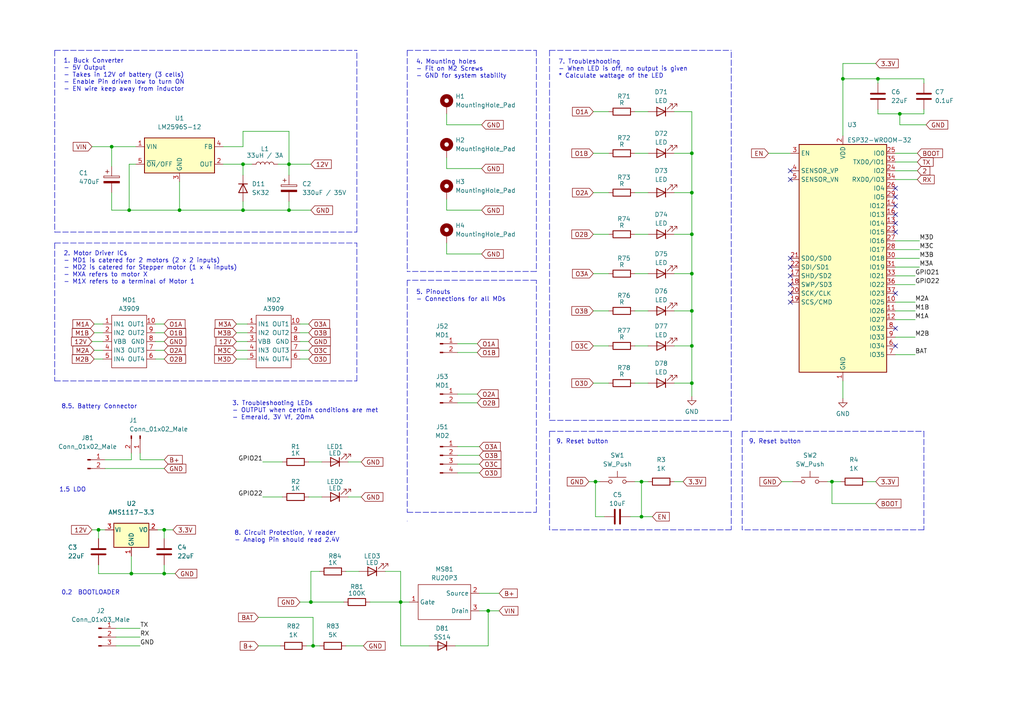
<source format=kicad_sch>
(kicad_sch (version 20211123) (generator eeschema)
  (paper "A4")
  (lib_symbols
    (symbol "A3909:A3909"
      (property "Reference" "MD" (at 0 7.62 0))
      (property "Value" "A3909" (at 0 -10.16 0))
      (symbol "A3909_0_1"
        (rectangle (start -5.08 6.35) (end 5.08 -8.89))
      )
      (symbol "A3909_1_1"
        (pin input line (at -7.62 3.81 0) (length 2.54) (name "IN1") (number "1"))
        (pin output line (at 7.62 3.81 180) (length 2.54) (name "OUT1") (number "10"))
        (pin input line (at -7.62 1.27 0) (length 2.54) (name "IN2") (number "2"))
        (pin input line (at -7.62 -1.27 0) (length 2.54) (name "VBB") (number "3"))
        (pin input line (at -7.62 -3.81 0) (length 2.54) (name "IN3") (number "4"))
        (pin input line (at -7.62 -6.35 0) (length 2.54) (name "IN4") (number "5"))
        (pin output line (at 7.62 -6.35 180) (length 2.54) (name "OUT4") (number "6"))
        (pin output line (at 7.62 -3.81 180) (length 2.54) (name "OUT3") (number "7"))
        (pin bidirectional line (at 7.62 -1.27 180) (length 2.54) (name "GND") (number "8"))
        (pin output line (at 7.62 1.27 180) (length 2.54) (name "OUT2") (number "9"))
      )
    )
    (symbol "Connector:Conn_01x02_Male" (pin_names (offset 1.016) hide)
      (property "Reference" "J" (at 0 2.54 0))
      (property "Value" "Conn_01x02_Male" (at 0 -5.08 0))
      (symbol "Conn_01x02_Male_1_1"
        (polyline (pts (xy 1.27 -2.54) (xy 0.8636 -2.54)) (stroke (width 0.1524)))
        (polyline (pts (xy 1.27 0) (xy 0.8636 0)) (stroke (width 0.1524)))
        (rectangle (start 0.8636 -2.413) (end 0 -2.667) (stroke (width 0.1524)) (fill (type outline)))
        (rectangle (start 0.8636 0.127) (end 0 -0.127) (stroke (width 0.1524)) (fill (type outline)))
        (pin passive line (at 5.08 0 180) (length 3.81) (name "Pin_1") (number "1"))
        (pin passive line (at 5.08 -2.54 180) (length 3.81) (name "Pin_2") (number "2"))
      )
    )
    (symbol "Connector:Conn_01x03_Male" (pin_names (offset 1.016) hide)
      (property "Reference" "J" (at 0 5.08 0))
      (property "Value" "Conn_01x03_Male" (at 0 -5.08 0))
      (symbol "Conn_01x03_Male_1_1"
        (polyline (pts (xy 1.27 -2.54) (xy 0.8636 -2.54)) (stroke (width 0.1524)))
        (polyline (pts (xy 1.27 0) (xy 0.8636 0)) (stroke (width 0.1524)))
        (polyline (pts (xy 1.27 2.54) (xy 0.8636 2.54)) (stroke (width 0.1524)))
        (rectangle (start 0.8636 -2.413) (end 0 -2.667) (stroke (width 0.1524)) (fill (type outline)))
        (rectangle (start 0.8636 0.127) (end 0 -0.127) (stroke (width 0.1524)) (fill (type outline)))
        (rectangle (start 0.8636 2.667) (end 0 2.413) (stroke (width 0.1524)) (fill (type outline)))
        (pin passive line (at 5.08 2.54 180) (length 3.81) (name "Pin_1") (number "1"))
        (pin passive line (at 5.08 0 180) (length 3.81) (name "Pin_2") (number "2"))
        (pin passive line (at 5.08 -2.54 180) (length 3.81) (name "Pin_3") (number "3"))
      )
    )
    (symbol "Connector:Conn_01x04_Male" (pin_names (offset 1.016) hide)
      (property "Reference" "J" (at 0 5.08 0))
      (property "Value" "Conn_01x04_Male" (at 0 -7.62 0))
      (symbol "Conn_01x04_Male_1_1"
        (polyline (pts (xy 1.27 -5.08) (xy 0.8636 -5.08)) (stroke (width 0.1524)))
        (polyline (pts (xy 1.27 -2.54) (xy 0.8636 -2.54)) (stroke (width 0.1524)))
        (polyline (pts (xy 1.27 0) (xy 0.8636 0)) (stroke (width 0.1524)))
        (polyline (pts (xy 1.27 2.54) (xy 0.8636 2.54)) (stroke (width 0.1524)))
        (rectangle (start 0.8636 -4.953) (end 0 -5.207) (stroke (width 0.1524)) (fill (type outline)))
        (rectangle (start 0.8636 -2.413) (end 0 -2.667) (stroke (width 0.1524)) (fill (type outline)))
        (rectangle (start 0.8636 0.127) (end 0 -0.127) (stroke (width 0.1524)) (fill (type outline)))
        (rectangle (start 0.8636 2.667) (end 0 2.413) (stroke (width 0.1524)) (fill (type outline)))
        (pin passive line (at 5.08 2.54 180) (length 3.81) (name "Pin_1") (number "1"))
        (pin passive line (at 5.08 0 180) (length 3.81) (name "Pin_2") (number "2"))
        (pin passive line (at 5.08 -2.54 180) (length 3.81) (name "Pin_3") (number "3"))
        (pin passive line (at 5.08 -5.08 180) (length 3.81) (name "Pin_4") (number "4"))
      )
    )
    (symbol "Device:C" (pin_numbers hide) (pin_names (offset 0.254))
      (property "Reference" "C" (at 0.635 2.54 0))
      (property "Value" "C" (at 0.635 -2.54 0))
      (symbol "C_0_1"
        (polyline (pts (xy -2.032 -0.762) (xy 2.032 -0.762)) (stroke (width 0.508)))
        (polyline (pts (xy -2.032 0.762) (xy 2.032 0.762)) (stroke (width 0.508)))
      )
      (symbol "C_1_1"
        (pin passive line (at 0 3.81 270) (length 2.794) (name "~") (number "1"))
        (pin passive line (at 0 -3.81 90) (length 2.794) (name "~") (number "2"))
      )
    )
    (symbol "Device:C_Polarized" (pin_numbers hide) (pin_names (offset 0.254))
      (property "Reference" "C" (at 0.635 2.54 0))
      (property "Value" "C_Polarized" (at 0.635 -2.54 0))
      (symbol "C_Polarized_0_1"
        (rectangle (start -2.286 0.508) (end 2.286 1.016))
        (polyline (pts (xy -1.778 2.286) (xy -0.762 2.286)))
        (polyline (pts (xy -1.27 2.794) (xy -1.27 1.778)))
        (rectangle (start 2.286 -0.508) (end -2.286 -1.016) (fill (type outline)))
      )
      (symbol "C_Polarized_1_1"
        (pin passive line (at 0 3.81 270) (length 2.794) (name "~") (number "1"))
        (pin passive line (at 0 -3.81 90) (length 2.794) (name "~") (number "2"))
      )
    )
    (symbol "Device:D" (pin_numbers hide) (pin_names (offset 1.016) hide)
      (property "Reference" "D" (at 0 2.54 0))
      (property "Value" "D" (at 0 -2.54 0))
      (symbol "D_0_1"
        (polyline (pts (xy -1.27 1.27) (xy -1.27 -1.27)) (stroke (width 0.254)))
        (polyline (pts (xy 1.27 0) (xy -1.27 0)))
        (polyline (pts (xy 1.27 1.27) (xy 1.27 -1.27) (xy -1.27 0) (xy 1.27 1.27)) (stroke (width 0.254)))
      )
      (symbol "D_1_1"
        (pin passive line (at -3.81 0 0) (length 2.54) (name "K") (number "1"))
        (pin passive line (at 3.81 0 180) (length 2.54) (name "A") (number "2"))
      )
    )
    (symbol "Device:L" (pin_numbers hide) (pin_names (offset 1.016) hide)
      (property "Reference" "L" (at -1.27 0 90))
      (property "Value" "L" (at 1.905 0 90))
      (symbol "L_0_1"
        (arc (start 0 -2.54) (mid 0.635 -1.905) (end 0 -1.27))
        (arc (start 0 -1.27) (mid 0.635 -0.635) (end 0 0))
        (arc (start 0 0) (mid 0.635 0.635) (end 0 1.27))
        (arc (start 0 1.27) (mid 0.635 1.905) (end 0 2.54))
      )
      (symbol "L_1_1"
        (pin passive line (at 0 3.81 270) (length 1.27) (name "1") (number "1"))
        (pin passive line (at 0 -3.81 90) (length 1.27) (name "2") (number "2"))
      )
    )
    (symbol "Device:LED" (pin_numbers hide) (pin_names (offset 1.016) hide)
      (property "Reference" "D" (at 0 2.54 0))
      (property "Value" "LED" (at 0 -2.54 0))
      (symbol "LED_0_1"
        (polyline (pts (xy -1.27 -1.27) (xy -1.27 1.27)) (stroke (width 0.254)))
        (polyline (pts (xy -1.27 0) (xy 1.27 0)))
        (polyline (pts (xy 1.27 -1.27) (xy 1.27 1.27) (xy -1.27 0) (xy 1.27 -1.27)) (stroke (width 0.254)))
        (polyline (pts (xy -3.048 -0.762) (xy -4.572 -2.286) (xy -3.81 -2.286) (xy -4.572 -2.286) (xy -4.572 -1.524)))
        (polyline (pts (xy -1.778 -0.762) (xy -3.302 -2.286) (xy -2.54 -2.286) (xy -3.302 -2.286) (xy -3.302 -1.524)))
      )
      (symbol "LED_1_1"
        (pin passive line (at -3.81 0 0) (length 2.54) (name "K") (number "1"))
        (pin passive line (at 3.81 0 180) (length 2.54) (name "A") (number "2"))
      )
    )
    (symbol "Device:R" (pin_numbers hide) (pin_names (offset 0))
      (property "Reference" "R" (at 2.032 0 90))
      (property "Value" "R" (at 0 0 90))
      (symbol "R_0_1"
        (rectangle (start -1.016 -2.54) (end 1.016 2.54) (stroke (width 0.254)))
      )
      (symbol "R_1_1"
        (pin passive line (at 0 3.81 270) (length 1.27) (name "~") (number "1"))
        (pin passive line (at 0 -3.81 90) (length 1.27) (name "~") (number "2"))
      )
    )
    (symbol "Mechanical:MountingHole_Pad" (pin_numbers hide) (pin_names (offset 1.016) hide)
      (property "Reference" "H" (at 0 6.35 0))
      (property "Value" "MountingHole_Pad" (at 0 4.445 0))
      (symbol "MountingHole_Pad_0_1"
        (circle (center 0 1.27) (radius 1.27) (stroke (width 1.27)))
      )
      (symbol "MountingHole_Pad_1_1"
        (pin input line (at 0 -2.54 90) (length 2.54) (name "1") (number "1"))
      )
    )
    (symbol "RF_Module:ESP32-WROOM-32"
      (property "Reference" "U" (at -12.7 34.29 0))
      (property "Value" "ESP32-WROOM-32" (at 1.27 34.29 0))
      (symbol "ESP32-WROOM-32_0_1"
        (rectangle (start -12.7 33.02) (end 12.7 -33.02) (stroke (width 0.254)) (fill (type background)))
      )
      (symbol "ESP32-WROOM-32_1_1"
        (pin power_in line (at 0 -35.56 90) (length 2.54) (name "GND") (number "1"))
        (pin bidirectional line (at 15.24 -12.7 180) (length 2.54) (name "IO25") (number "10"))
        (pin bidirectional line (at 15.24 -15.24 180) (length 2.54) (name "IO26") (number "11"))
        (pin bidirectional line (at 15.24 -17.78 180) (length 2.54) (name "IO27") (number "12"))
        (pin bidirectional line (at 15.24 10.16 180) (length 2.54) (name "IO14") (number "13"))
        (pin bidirectional line (at 15.24 15.24 180) (length 2.54) (name "IO12") (number "14"))
        (pin passive line (at 0 -35.56 90) (length 2.54) hide (name "GND") (number "15"))
        (pin bidirectional line (at 15.24 12.7 180) (length 2.54) (name "IO13") (number "16"))
        (pin bidirectional line (at -15.24 -5.08 0) (length 2.54) (name "SHD/SD2") (number "17"))
        (pin bidirectional line (at -15.24 -7.62 0) (length 2.54) (name "SWP/SD3") (number "18"))
        (pin bidirectional line (at -15.24 -12.7 0) (length 2.54) (name "SCS/CMD") (number "19"))
        (pin power_in line (at 0 35.56 270) (length 2.54) (name "VDD") (number "2"))
        (pin bidirectional line (at -15.24 -10.16 0) (length 2.54) (name "SCK/CLK") (number "20"))
        (pin bidirectional line (at -15.24 0 0) (length 2.54) (name "SDO/SD0") (number "21"))
        (pin bidirectional line (at -15.24 -2.54 0) (length 2.54) (name "SDI/SD1") (number "22"))
        (pin bidirectional line (at 15.24 7.62 180) (length 2.54) (name "IO15") (number "23"))
        (pin bidirectional line (at 15.24 25.4 180) (length 2.54) (name "IO2") (number "24"))
        (pin bidirectional line (at 15.24 30.48 180) (length 2.54) (name "IO0") (number "25"))
        (pin bidirectional line (at 15.24 20.32 180) (length 2.54) (name "IO4") (number "26"))
        (pin bidirectional line (at 15.24 5.08 180) (length 2.54) (name "IO16") (number "27"))
        (pin bidirectional line (at 15.24 2.54 180) (length 2.54) (name "IO17") (number "28"))
        (pin bidirectional line (at 15.24 17.78 180) (length 2.54) (name "IO5") (number "29"))
        (pin input line (at -15.24 30.48 0) (length 2.54) (name "EN") (number "3"))
        (pin bidirectional line (at 15.24 0 180) (length 2.54) (name "IO18") (number "30"))
        (pin bidirectional line (at 15.24 -2.54 180) (length 2.54) (name "IO19") (number "31"))
        (pin no_connect line (at -12.7 -27.94 0) (length 2.54) hide (name "NC") (number "32"))
        (pin bidirectional line (at 15.24 -5.08 180) (length 2.54) (name "IO21") (number "33"))
        (pin bidirectional line (at 15.24 22.86 180) (length 2.54) (name "RXD0/IO3") (number "34"))
        (pin bidirectional line (at 15.24 27.94 180) (length 2.54) (name "TXD0/IO1") (number "35"))
        (pin bidirectional line (at 15.24 -7.62 180) (length 2.54) (name "IO22") (number "36"))
        (pin bidirectional line (at 15.24 -10.16 180) (length 2.54) (name "IO23") (number "37"))
        (pin passive line (at 0 -35.56 90) (length 2.54) hide (name "GND") (number "38"))
        (pin passive line (at 0 -35.56 90) (length 2.54) hide (name "GND") (number "39"))
        (pin input line (at -15.24 25.4 0) (length 2.54) (name "SENSOR_VP") (number "4"))
        (pin input line (at -15.24 22.86 0) (length 2.54) (name "SENSOR_VN") (number "5"))
        (pin input line (at 15.24 -25.4 180) (length 2.54) (name "IO34") (number "6"))
        (pin input line (at 15.24 -27.94 180) (length 2.54) (name "IO35") (number "7"))
        (pin bidirectional line (at 15.24 -20.32 180) (length 2.54) (name "IO32") (number "8"))
        (pin bidirectional line (at 15.24 -22.86 180) (length 2.54) (name "IO33") (number "9"))
      )
    )
    (symbol "RU20P3B:RU20P3"
      (property "Reference" "MS" (at 0 6.35 0))
      (property "Value" "RU20P3" (at 0 8.89 0))
      (symbol "RU20P3_0_1"
        (rectangle (start -7.62 5.08) (end 7.62 -5.08))
      )
      (symbol "RU20P3_1_1"
        (pin input line (at -10.16 0 0) (length 2.54) (name "Gate") (number "1"))
        (pin input line (at 10.16 2.54 180) (length 2.54) (name "Source") (number "2"))
        (pin input line (at 10.16 -2.54 180) (length 2.54) (name "Drain") (number "3"))
      )
    )
    (symbol "Regulator_Linear:AMS1117-3.3" (pin_names (offset 0.254))
      (property "Reference" "U" (at -3.81 3.175 0))
      (property "Value" "AMS1117-3.3" (at 0 3.175 0))
      (symbol "AMS1117-3.3_0_1"
        (rectangle (start -5.08 -5.08) (end 5.08 1.905) (stroke (width 0.254)) (fill (type background)))
      )
      (symbol "AMS1117-3.3_1_1"
        (pin power_in line (at 0 -7.62 90) (length 2.54) (name "GND") (number "1"))
        (pin power_out line (at 7.62 0 180) (length 2.54) (name "VO") (number "2"))
        (pin power_in line (at -7.62 0 0) (length 2.54) (name "VI") (number "3"))
      )
    )
    (symbol "Regulator_Switching:LM2596S-12"
      (property "Reference" "U" (at -10.16 6.35 0))
      (property "Value" "LM2596S-12" (at 0 6.35 0))
      (symbol "LM2596S-12_0_1"
        (rectangle (start -10.16 5.08) (end 10.16 -5.08) (stroke (width 0.254)) (fill (type background)))
      )
      (symbol "LM2596S-12_1_1"
        (pin power_in line (at -12.7 2.54 0) (length 2.54) (name "VIN") (number "1"))
        (pin output line (at 12.7 -2.54 180) (length 2.54) (name "OUT") (number "2"))
        (pin power_in line (at 0 -7.62 90) (length 2.54) (name "GND") (number "3"))
        (pin input line (at 12.7 2.54 180) (length 2.54) (name "FB") (number "4"))
        (pin input line (at -12.7 -2.54 0) (length 2.54) (name "~{ON}/OFF") (number "5"))
      )
    )
    (symbol "Switch:SW_Push" (pin_numbers hide) (pin_names (offset 1.016) hide)
      (property "Reference" "SW" (at 1.27 2.54 0))
      (property "Value" "SW_Push" (at 0 -1.524 0))
      (symbol "SW_Push_0_1"
        (circle (center -2.032 0) (radius 0.508))
        (polyline (pts (xy 0 1.27) (xy 0 3.048)))
        (polyline (pts (xy 2.54 1.27) (xy -2.54 1.27)))
        (circle (center 2.032 0) (radius 0.508))
        (pin passive line (at -5.08 0 0) (length 2.54) (name "1") (number "1"))
        (pin passive line (at 5.08 0 180) (length 2.54) (name "2") (number "2"))
      )
    )
    (symbol "power:GND" (power) (pin_names (offset 0))
      (property "Value" "GND" (at 0 -3.81 0))
      (symbol "GND_0_1"
        (polyline (pts (xy 0 0) (xy 0 -1.27) (xy 1.27 -1.27) (xy 0 -2.54) (xy -1.27 -1.27) (xy 0 -1.27)))
      )
      (symbol "GND_1_1"
        (pin power_in line (at 0 0 270) (length 0) hide (name "GND") (number "1"))
      )
    )
  )
  (junction (at 47.625 166.37))
  (junction (at 70.485 60.96))
  (junction (at 90.805 187.325))
  (junction (at 52.07 60.96))
  (junction (at 186.055 149.86))
  (junction (at 47.625 153.67))
  (junction (at 200.66 67.945))
  (junction (at 200.66 55.88))
  (junction (at 70.485 47.625))
  (junction (at 200.66 44.45))
  (junction (at 241.3 139.7))
  (junction (at 38.1 166.37))
  (junction (at 260.985 33.02))
  (junction (at 172.72 139.7))
  (junction (at 116.205 174.625))
  (junction (at 141.605 177.165))
  (junction (at 200.66 111.125))
  (junction (at 186.055 139.7))
  (junction (at 83.82 60.96))
  (junction (at 32.385 42.545))
  (junction (at 254.635 22.86))
  (junction (at 200.66 79.375))
  (junction (at 90.17 174.625))
  (junction (at 37.465 60.96))
  (junction (at 244.475 22.86))
  (junction (at 83.82 47.625))
  (junction (at 200.66 90.17))
  (junction (at 200.66 100.33))
  (junction (at 28.575 153.67))
  (no_connect (at 259.715 67.31))
  (no_connect (at 259.715 57.15))
  (no_connect (at 229.235 49.53))
  (no_connect (at 229.235 80.01))
  (no_connect (at 229.235 77.47))
  (no_connect (at 229.235 74.93))
  (no_connect (at 259.715 54.61))
  (no_connect (at 229.235 52.07))
  (no_connect (at 259.715 95.25))
  (no_connect (at 259.715 100.33))
  (no_connect (at 229.235 87.63))
  (no_connect (at 259.715 64.77))
  (no_connect (at 259.715 85.09))
  (no_connect (at 259.715 59.69))
  (no_connect (at 259.715 62.23))
  (no_connect (at 229.235 85.09))
  (no_connect (at 229.235 82.55))
  (wire (pts (xy 266.7 77.47) (xy 259.715 77.47)))
  (wire (pts (xy 139.065 129.54) (xy 132.715 129.54)))
  (wire (pts (xy 226.695 139.7) (xy 229.87 139.7)))
  (wire (pts (xy 83.82 47.625) (xy 83.82 50.8)))
  (wire (pts (xy 74.93 179.07) (xy 90.805 179.07)))
  (polyline (pts (xy 155.575 81.28) (xy 155.575 81.28)))
  (wire (pts (xy 266.065 49.53) (xy 259.715 49.53)))
  (wire (pts (xy 254.635 24.13) (xy 254.635 22.86)))
  (wire (pts (xy 267.97 22.86) (xy 254.635 22.86)))
  (polyline (pts (xy 159.385 125.095) (xy 212.09 125.095)))
  (polyline (pts (xy 155.575 148.59) (xy 155.575 81.28)))
  (wire (pts (xy 45.085 104.14) (xy 47.625 104.14)))
  (wire (pts (xy 86.995 174.625) (xy 90.17 174.625)))
  (wire (pts (xy 70.485 58.42) (xy 70.485 60.96)))
  (wire (pts (xy 129.54 70.485) (xy 129.54 73.66)))
  (wire (pts (xy 129.54 73.66) (xy 139.7 73.66)))
  (wire (pts (xy 265.43 87.63) (xy 259.715 87.63)))
  (wire (pts (xy 266.065 44.45) (xy 259.715 44.45)))
  (wire (pts (xy 129.54 57.785) (xy 129.54 60.96)))
  (wire (pts (xy 47.625 153.67) (xy 50.165 153.67)))
  (wire (pts (xy 90.17 165.735) (xy 90.17 174.625)))
  (wire (pts (xy 139.065 134.62) (xy 132.715 134.62)))
  (wire (pts (xy 116.205 174.625) (xy 118.745 174.625)))
  (wire (pts (xy 138.43 114.3) (xy 132.715 114.3)))
  (wire (pts (xy 100.965 133.985) (xy 104.775 133.985)))
  (wire (pts (xy 266.7 74.93) (xy 259.715 74.93)))
  (wire (pts (xy 68.58 99.06) (xy 71.755 99.06)))
  (wire (pts (xy 251.46 139.7) (xy 254 139.7)))
  (polyline (pts (xy 212.09 153.67) (xy 159.385 153.67)))
  (wire (pts (xy 200.66 67.945) (xy 200.66 79.375)))
  (polyline (pts (xy 267.97 125.095) (xy 267.97 153.67)))
  (wire (pts (xy 260.985 33.02) (xy 267.97 33.02)))
  (wire (pts (xy 184.15 111.125) (xy 187.96 111.125)))
  (wire (pts (xy 73.025 47.625) (xy 70.485 47.625)))
  (wire (pts (xy 244.475 18.415) (xy 244.475 22.86)))
  (wire (pts (xy 111.76 165.735) (xy 116.205 165.735)))
  (wire (pts (xy 132.08 187.325) (xy 141.605 187.325)))
  (wire (pts (xy 86.995 101.6) (xy 89.535 101.6)))
  (wire (pts (xy 68.58 93.98) (xy 71.755 93.98)))
  (wire (pts (xy 32.385 42.545) (xy 32.385 48.26)))
  (wire (pts (xy 184.15 44.45) (xy 187.96 44.45)))
  (wire (pts (xy 200.66 90.17) (xy 200.66 100.33)))
  (wire (pts (xy 141.605 177.165) (xy 139.065 177.165)))
  (wire (pts (xy 90.17 47.625) (xy 83.82 47.625)))
  (wire (pts (xy 116.205 165.735) (xy 116.205 174.625)))
  (wire (pts (xy 38.1 161.29) (xy 38.1 166.37)))
  (wire (pts (xy 27.305 104.14) (xy 29.845 104.14)))
  (polyline (pts (xy 215.265 125.095) (xy 215.265 153.67)))
  (wire (pts (xy 268.605 36.195) (xy 260.985 36.195)))
  (wire (pts (xy 195.58 32.385) (xy 200.66 32.385)))
  (wire (pts (xy 45.72 153.67) (xy 47.625 153.67)))
  (wire (pts (xy 116.205 187.325) (xy 116.205 174.625)))
  (wire (pts (xy 260.985 36.195) (xy 260.985 33.02)))
  (wire (pts (xy 40.64 131.445) (xy 40.64 133.35)))
  (wire (pts (xy 200.66 55.88) (xy 200.66 67.945)))
  (wire (pts (xy 83.82 38.1) (xy 83.82 47.625)))
  (wire (pts (xy 240.03 139.7) (xy 241.3 139.7)))
  (wire (pts (xy 175.26 149.86) (xy 172.72 149.86)))
  (wire (pts (xy 47.625 166.37) (xy 50.8 166.37)))
  (wire (pts (xy 189.23 149.86) (xy 186.055 149.86)))
  (wire (pts (xy 254.635 31.75) (xy 254.635 33.02)))
  (wire (pts (xy 68.58 96.52) (xy 71.755 96.52)))
  (wire (pts (xy 184.15 55.88) (xy 187.96 55.88)))
  (polyline (pts (xy 118.11 151.13) (xy 118.11 151.13)))
  (wire (pts (xy 105.41 187.325) (xy 100.33 187.325)))
  (wire (pts (xy 38.1 133.35) (xy 30.48 133.35)))
  (wire (pts (xy 39.37 47.625) (xy 37.465 47.625)))
  (wire (pts (xy 129.54 45.72) (xy 129.54 48.895)))
  (wire (pts (xy 195.58 90.17) (xy 200.66 90.17)))
  (wire (pts (xy 186.055 139.7) (xy 187.96 139.7)))
  (wire (pts (xy 172.72 139.7) (xy 172.72 149.86)))
  (polyline (pts (xy 15.875 110.49) (xy 103.505 110.49)))
  (wire (pts (xy 30.48 153.67) (xy 28.575 153.67)))
  (wire (pts (xy 52.07 52.705) (xy 52.07 60.96)))
  (wire (pts (xy 259.715 80.01) (xy 265.43 80.01)))
  (wire (pts (xy 182.88 149.86) (xy 186.055 149.86)))
  (wire (pts (xy 139.065 132.08) (xy 132.715 132.08)))
  (polyline (pts (xy 118.11 14.605) (xy 155.575 14.605)))
  (polyline (pts (xy 159.385 14.605) (xy 212.09 14.605)))
  (wire (pts (xy 45.085 99.06) (xy 47.625 99.06)))
  (wire (pts (xy 254 18.415) (xy 244.475 18.415)))
  (wire (pts (xy 144.78 172.085) (xy 139.065 172.085)))
  (wire (pts (xy 176.53 55.88) (xy 172.085 55.88)))
  (wire (pts (xy 176.53 100.33) (xy 172.085 100.33)))
  (polyline (pts (xy 155.575 81.28) (xy 118.11 81.28)))
  (polyline (pts (xy 15.875 14.605) (xy 103.505 14.605)))
  (wire (pts (xy 90.805 187.325) (xy 92.71 187.325)))
  (wire (pts (xy 184.15 139.7) (xy 186.055 139.7)))
  (wire (pts (xy 195.58 79.375) (xy 200.66 79.375)))
  (wire (pts (xy 254.635 33.02) (xy 260.985 33.02)))
  (wire (pts (xy 241.3 139.7) (xy 241.3 146.05)))
  (wire (pts (xy 259.715 90.17) (xy 265.43 90.17)))
  (wire (pts (xy 176.53 111.125) (xy 172.085 111.125)))
  (wire (pts (xy 132.715 102.235) (xy 138.43 102.235)))
  (wire (pts (xy 70.485 38.1) (xy 70.485 42.545)))
  (wire (pts (xy 45.085 101.6) (xy 47.625 101.6)))
  (wire (pts (xy 45.085 96.52) (xy 47.625 96.52)))
  (wire (pts (xy 90.17 174.625) (xy 99.695 174.625)))
  (wire (pts (xy 129.54 33.02) (xy 129.54 36.195)))
  (wire (pts (xy 138.43 116.84) (xy 132.715 116.84)))
  (polyline (pts (xy 212.09 121.92) (xy 212.09 14.605)))
  (wire (pts (xy 38.1 131.445) (xy 38.1 133.35)))
  (wire (pts (xy 86.995 99.06) (xy 89.535 99.06)))
  (wire (pts (xy 92.71 165.735) (xy 90.17 165.735)))
  (polyline (pts (xy 159.385 125.095) (xy 159.385 153.67)))
  (wire (pts (xy 266.065 46.99) (xy 259.715 46.99)))
  (wire (pts (xy 200.66 32.385) (xy 200.66 44.45)))
  (wire (pts (xy 200.66 44.45) (xy 200.66 55.88)))
  (polyline (pts (xy 159.385 14.605) (xy 159.385 121.92)))
  (wire (pts (xy 47.625 163.83) (xy 47.625 166.37)))
  (wire (pts (xy 47.625 153.67) (xy 47.625 156.21)))
  (wire (pts (xy 86.995 104.14) (xy 89.535 104.14)))
  (wire (pts (xy 86.995 93.98) (xy 89.535 93.98)))
  (wire (pts (xy 28.575 163.83) (xy 28.575 166.37)))
  (wire (pts (xy 170.815 139.7) (xy 172.72 139.7)))
  (wire (pts (xy 83.82 58.42) (xy 83.82 60.96)))
  (wire (pts (xy 184.15 32.385) (xy 187.96 32.385)))
  (polyline (pts (xy 215.265 125.095) (xy 267.97 125.095)))
  (wire (pts (xy 32.385 55.88) (xy 32.385 60.96)))
  (wire (pts (xy 254 146.05) (xy 241.3 146.05)))
  (polyline (pts (xy 118.11 81.28) (xy 118.11 148.59)))
  (wire (pts (xy 52.07 60.96) (xy 70.485 60.96)))
  (wire (pts (xy 200.66 114.935) (xy 200.66 111.125)))
  (polyline (pts (xy 103.505 110.49) (xy 103.505 70.485)))
  (wire (pts (xy 195.58 44.45) (xy 200.66 44.45)))
  (wire (pts (xy 32.385 60.96) (xy 37.465 60.96)))
  (polyline (pts (xy 15.875 70.485) (xy 15.875 110.49)))
  (wire (pts (xy 28.575 166.37) (xy 38.1 166.37)))
  (wire (pts (xy 195.58 55.88) (xy 200.66 55.88)))
  (wire (pts (xy 88.9 187.325) (xy 90.805 187.325)))
  (wire (pts (xy 124.46 187.325) (xy 116.205 187.325)))
  (wire (pts (xy 90.805 179.07) (xy 90.805 187.325)))
  (wire (pts (xy 266.065 52.07) (xy 259.715 52.07)))
  (wire (pts (xy 86.995 96.52) (xy 89.535 96.52)))
  (wire (pts (xy 176.53 32.385) (xy 172.085 32.385)))
  (wire (pts (xy 195.58 100.33) (xy 200.66 100.33)))
  (wire (pts (xy 74.93 187.325) (xy 81.28 187.325)))
  (wire (pts (xy 32.385 42.545) (xy 39.37 42.545)))
  (wire (pts (xy 28.575 153.67) (xy 28.575 156.21)))
  (wire (pts (xy 26.67 153.67) (xy 28.575 153.67)))
  (wire (pts (xy 70.485 42.545) (xy 64.77 42.545)))
  (wire (pts (xy 37.465 60.96) (xy 52.07 60.96)))
  (wire (pts (xy 244.475 110.49) (xy 244.475 115.57)))
  (wire (pts (xy 184.15 67.945) (xy 187.96 67.945)))
  (wire (pts (xy 184.15 79.375) (xy 187.96 79.375)))
  (wire (pts (xy 195.58 111.125) (xy 200.66 111.125)))
  (wire (pts (xy 83.82 38.1) (xy 70.485 38.1)))
  (wire (pts (xy 129.54 48.895) (xy 139.7 48.895)))
  (wire (pts (xy 45.085 93.98) (xy 47.625 93.98)))
  (wire (pts (xy 90.17 60.96) (xy 83.82 60.96)))
  (wire (pts (xy 40.64 187.325) (xy 33.655 187.325)))
  (polyline (pts (xy 103.505 67.31) (xy 103.505 14.605)))
  (wire (pts (xy 267.97 33.02) (xy 267.97 31.75)))
  (wire (pts (xy 176.53 90.17) (xy 172.085 90.17)))
  (wire (pts (xy 100.965 144.145) (xy 104.775 144.145)))
  (wire (pts (xy 176.53 67.945) (xy 172.085 67.945)))
  (wire (pts (xy 83.82 60.96) (xy 70.485 60.96)))
  (wire (pts (xy 93.345 133.985) (xy 89.535 133.985)))
  (wire (pts (xy 81.915 144.145) (xy 76.2 144.145)))
  (wire (pts (xy 33.655 184.785) (xy 40.64 184.785)))
  (wire (pts (xy 184.15 90.17) (xy 187.96 90.17)))
  (wire (pts (xy 26.67 99.06) (xy 29.845 99.06)))
  (wire (pts (xy 27.305 96.52) (xy 29.845 96.52)))
  (wire (pts (xy 40.64 133.35) (xy 47.625 133.35)))
  (wire (pts (xy 138.43 99.695) (xy 132.715 99.695)))
  (wire (pts (xy 76.2 133.985) (xy 81.915 133.985)))
  (wire (pts (xy 172.72 139.7) (xy 173.99 139.7)))
  (wire (pts (xy 100.33 165.735) (xy 104.14 165.735)))
  (wire (pts (xy 129.54 36.195) (xy 139.7 36.195)))
  (wire (pts (xy 26.67 42.545) (xy 32.385 42.545)))
  (wire (pts (xy 40.64 182.245) (xy 33.655 182.245)))
  (wire (pts (xy 254.635 22.86) (xy 244.475 22.86)))
  (wire (pts (xy 27.305 101.6) (xy 29.845 101.6)))
  (polyline (pts (xy 15.875 14.605) (xy 15.875 67.31)))
  (wire (pts (xy 107.315 174.625) (xy 116.205 174.625)))
  (wire (pts (xy 68.58 101.6) (xy 71.755 101.6)))
  (wire (pts (xy 266.7 72.39) (xy 259.715 72.39)))
  (wire (pts (xy 38.1 166.37) (xy 47.625 166.37)))
  (wire (pts (xy 259.715 82.55) (xy 265.43 82.55)))
  (wire (pts (xy 27.305 93.98) (xy 29.845 93.98)))
  (wire (pts (xy 200.66 100.33) (xy 200.66 111.125)))
  (wire (pts (xy 37.465 47.625) (xy 37.465 60.96)))
  (wire (pts (xy 64.77 47.625) (xy 70.485 47.625)))
  (wire (pts (xy 176.53 79.375) (xy 172.085 79.375)))
  (wire (pts (xy 144.78 177.165) (xy 141.605 177.165)))
  (wire (pts (xy 267.97 24.13) (xy 267.97 22.86)))
  (wire (pts (xy 195.58 67.945) (xy 200.66 67.945)))
  (wire (pts (xy 176.53 44.45) (xy 172.085 44.45)))
  (polyline (pts (xy 212.09 125.095) (xy 212.09 153.67)))
  (wire (pts (xy 80.645 47.625) (xy 83.82 47.625)))
  (polyline (pts (xy 155.575 14.605) (xy 155.575 78.74)))
  (wire (pts (xy 139.065 137.16) (xy 132.715 137.16)))
  (wire (pts (xy 184.15 100.33) (xy 187.96 100.33)))
  (polyline (pts (xy 155.575 78.74) (xy 118.11 78.74)))
  (wire (pts (xy 141.605 187.325) (xy 141.605 177.165)))
  (wire (pts (xy 70.485 47.625) (xy 70.485 50.8)))
  (wire (pts (xy 265.43 92.71) (xy 259.715 92.71)))
  (polyline (pts (xy 267.97 153.67) (xy 215.265 153.67)))
  (wire (pts (xy 129.54 60.96) (xy 139.7 60.96)))
  (polyline (pts (xy 118.11 14.605) (xy 118.11 78.74)))
  (wire (pts (xy 93.345 144.145) (xy 89.535 144.145)))
  (wire (pts (xy 200.66 79.375) (xy 200.66 90.17)))
  (wire (pts (xy 244.475 22.86) (xy 244.475 39.37)))
  (wire (pts (xy 222.885 44.45) (xy 229.235 44.45)))
  (wire (pts (xy 259.715 102.87) (xy 265.43 102.87)))
  (wire (pts (xy 186.055 139.7) (xy 186.055 149.86)))
  (wire (pts (xy 195.58 139.7) (xy 198.12 139.7)))
  (wire (pts (xy 241.3 139.7) (xy 243.84 139.7)))
  (polyline (pts (xy 118.11 148.59) (xy 155.575 148.59)))
  (polyline (pts (xy 15.875 70.485) (xy 103.505 70.485)))
  (polyline (pts (xy 15.875 67.31) (xy 103.505 67.31)))
  (wire (pts (xy 47.625 135.89) (xy 30.48 135.89)))
  (polyline (pts (xy 159.385 121.92) (xy 212.09 121.92)))
  (wire (pts (xy 259.715 69.85) (xy 266.7 69.85)))
  (wire (pts (xy 259.715 97.79) (xy 265.43 97.79)))
  (wire (pts (xy 68.58 104.14) (xy 71.755 104.14)))
  (text "9. Reset button" (at 217.17 128.905 0) (effects (font (size 1.27 1.27)) (justify left bottom)))
  (text "8. Circuit Protection, V reader\n- Analog Pin should read 2.4V" (at 67.945 157.48 0) (effects (font (size 1.27 1.27)) (justify left bottom)))
  (text "3. Troubleshooting LEDs\n- OUTPUT when certain conditions are met\n- Emerald, 3V Vf, 20mA" (at 67.31 121.92 0) (effects (font (size 1.27 1.27)) (justify left bottom)))
  (text "1. Buck Converter\n- 5V Output\n- Takes in 12V of battery (3 cells)\n- Enable Pin driven low to turn ON\n- EN wire keep away from inductor" (at 18.415 26.67 0) (effects (font (size 1.27 1.27)) (justify left bottom)))
  (text "1.5 LDO" (at 17.145 142.875 0) (effects (font (size 1.27 1.27)) (justify left bottom)))
  (text "7. Troubleshooting\n- When LED is off, no output is given\n* Calculate wattage of the LED" (at 161.925 22.86 0) (effects (font (size 1.27 1.27)) (justify left bottom)))
  (text "5. Pinouts\n- Connections for all MDs" (at 120.65 87.63 0) (effects (font (size 1.27 1.27)) (justify left bottom)))
  (text "2. Motor Driver ICs\n- MD1 is catered for 2 motors (2 x 2 inputs)\n- MD2 is catered for Stepper motor (1 x 4 inputs)\n- MXA refers to motor X\n- M1X refers to a terminal of Motor 1" (at 18.415 82.55 0) (effects (font (size 1.27 1.27)) (justify left bottom)))
  (text "9. Reset button" (at 161.29 128.905 0) (effects (font (size 1.27 1.27)) (justify left bottom)))
  (text "8.5. Battery Connector" (at 17.78 118.745 0) (effects (font (size 1.27 1.27)) (justify left bottom)))
  (text "4. Mounting holes\n- Fit on M2 Screws\n- GND for system stability" (at 120.65 22.86 0) (effects (font (size 1.27 1.27)) (justify left bottom)))
  (text "0.2	BOOTLOADER" (at 17.78 172.72 0) (effects (font (size 1.27 1.27)) (justify left bottom)))
  (label "TX" (at 40.64 182.245 0))
  (label "M3A" (at 266.7 77.47 0))
  (label "M1B" (at 265.43 90.17 0))
  (label "GND" (at 40.64 187.325 0))
  (label "M1A" (at 265.43 92.71 0))
  (label "GPIO22" (at 265.43 82.55 0))
  (label "M3D" (at 266.7 69.85 0))
  (label "M2A" (at 265.43 87.63 0))
  (label "GPIO21" (at 76.2 133.985 180))
  (label "BAT" (at 265.43 102.87 0))
  (label "M2B" (at 265.43 97.79 0))
  (label "RX" (at 40.64 184.785 0))
  (label "GPIO21" (at 265.43 80.01 0))
  (label "M3B" (at 266.7 74.93 0))
  (label "GPIO22" (at 76.2 144.145 180))
  (label "M3C" (at 266.7 72.39 0))
  (global_label "BOOT" (shape input) (at 266.065 44.45 0) (property "Intersheet References" "${INTERSHEET_REFS}" (effects hide)))
  (global_label "GND" (shape input) (at 268.605 36.195 0) (property "Intersheet References" "${INTERSHEET_REFS}" (effects hide)))
  (global_label "GND" (shape input) (at 226.695 139.7 180) (property "Intersheet References" "${INTERSHEET_REFS}" (effects hide)))
  (global_label "O3C" (shape input) (at 172.085 100.33 180) (property "Intersheet References" "${INTERSHEET_REFS}" (effects hide)))
  (global_label "3.3V" (shape input) (at 254 139.7 0) (property "Intersheet References" "${INTERSHEET_REFS}" (effects hide)))
  (global_label "GND" (shape input) (at 104.775 144.145 0) (property "Intersheet References" "${INTERSHEET_REFS}" (effects hide)))
  (global_label "O1B" (shape input) (at 47.625 96.52 0) (property "Intersheet References" "${INTERSHEET_REFS}" (effects hide)))
  (global_label "O3A" (shape input) (at 89.535 93.98 0) (property "Intersheet References" "${INTERSHEET_REFS}" (effects hide)))
  (global_label "M2A" (shape input) (at 27.305 101.6 180) (property "Intersheet References" "${INTERSHEET_REFS}" (effects hide)))
  (global_label "O3C" (shape input) (at 89.535 101.6 0) (property "Intersheet References" "${INTERSHEET_REFS}" (effects hide)))
  (global_label "GND" (shape input) (at 139.7 73.66 0) (property "Intersheet References" "${INTERSHEET_REFS}" (effects hide)))
  (global_label "3.3V" (shape input) (at 254 18.415 0) (property "Intersheet References" "${INTERSHEET_REFS}" (effects hide)))
  (global_label "VIN" (shape input) (at 144.78 177.165 0) (property "Intersheet References" "${INTERSHEET_REFS}" (effects hide)))
  (global_label "O3A" (shape input) (at 139.065 129.54 0) (property "Intersheet References" "${INTERSHEET_REFS}" (effects hide)))
  (global_label "B+" (shape input) (at 74.93 187.325 180) (property "Intersheet References" "${INTERSHEET_REFS}" (effects hide)))
  (global_label "TX" (shape input) (at 266.065 46.99 0) (property "Intersheet References" "${INTERSHEET_REFS}" (effects hide)))
  (global_label "O2A" (shape input) (at 138.43 114.3 0) (property "Intersheet References" "${INTERSHEET_REFS}" (effects hide)))
  (global_label "3.3V" (shape input) (at 198.12 139.7 0) (property "Intersheet References" "${INTERSHEET_REFS}" (effects hide)))
  (global_label "O3D" (shape input) (at 139.065 137.16 0) (property "Intersheet References" "${INTERSHEET_REFS}" (effects hide)))
  (global_label "M3C" (shape input) (at 68.58 101.6 180) (property "Intersheet References" "${INTERSHEET_REFS}" (effects hide)))
  (global_label "M3A" (shape input) (at 68.58 93.98 180) (property "Intersheet References" "${INTERSHEET_REFS}" (effects hide)))
  (global_label "2" (shape input) (at 266.065 49.53 0) (property "Intersheet References" "${INTERSHEET_REFS}" (effects hide)))
  (global_label "O3B" (shape input) (at 89.535 96.52 0) (property "Intersheet References" "${INTERSHEET_REFS}" (effects hide)))
  (global_label "O3D" (shape input) (at 89.535 104.14 0) (property "Intersheet References" "${INTERSHEET_REFS}" (effects hide)))
  (global_label "O1A" (shape input) (at 47.625 93.98 0) (property "Intersheet References" "${INTERSHEET_REFS}" (effects hide)))
  (global_label "EN" (shape input) (at 189.23 149.86 0) (property "Intersheet References" "${INTERSHEET_REFS}" (effects hide)))
  (global_label "O1B" (shape input) (at 172.085 44.45 180) (property "Intersheet References" "${INTERSHEET_REFS}" (effects hide)))
  (global_label "GND" (shape input) (at 86.995 174.625 180) (property "Intersheet References" "${INTERSHEET_REFS}" (effects hide)))
  (global_label "12V" (shape input) (at 68.58 99.06 180) (property "Intersheet References" "${INTERSHEET_REFS}" (effects hide)))
  (global_label "GND" (shape input) (at 47.625 135.89 0) (property "Intersheet References" "${INTERSHEET_REFS}" (effects hide)))
  (global_label "GND" (shape input) (at 170.815 139.7 180) (property "Intersheet References" "${INTERSHEET_REFS}" (effects hide)))
  (global_label "12V" (shape input) (at 90.17 47.625 0) (property "Intersheet References" "${INTERSHEET_REFS}" (effects hide)))
  (global_label "M1B" (shape input) (at 27.305 96.52 180) (property "Intersheet References" "${INTERSHEET_REFS}" (effects hide)))
  (global_label "BOOT" (shape input) (at 254 146.05 0) (property "Intersheet References" "${INTERSHEET_REFS}" (effects hide)))
  (global_label "O3B" (shape input) (at 172.085 90.17 180) (property "Intersheet References" "${INTERSHEET_REFS}" (effects hide)))
  (global_label "B+" (shape input) (at 47.625 133.35 0) (property "Intersheet References" "${INTERSHEET_REFS}" (effects hide)))
  (global_label "M2B" (shape input) (at 27.305 104.14 180) (property "Intersheet References" "${INTERSHEET_REFS}" (effects hide)))
  (global_label "GND" (shape input) (at 47.625 99.06 0) (property "Intersheet References" "${INTERSHEET_REFS}" (effects hide)))
  (global_label "O1A" (shape input) (at 138.43 99.695 0) (property "Intersheet References" "${INTERSHEET_REFS}" (effects hide)))
  (global_label "12V" (shape input) (at 26.67 99.06 180) (property "Intersheet References" "${INTERSHEET_REFS}" (effects hide)))
  (global_label "GND" (shape input) (at 50.8 166.37 0) (property "Intersheet References" "${INTERSHEET_REFS}" (effects hide)))
  (global_label "O3B" (shape input) (at 139.065 132.08 0) (property "Intersheet References" "${INTERSHEET_REFS}" (effects hide)))
  (global_label "RX" (shape input) (at 266.065 52.07 0) (property "Intersheet References" "${INTERSHEET_REFS}" (effects hide)))
  (global_label "VIN" (shape input) (at 26.67 42.545 180) (property "Intersheet References" "${INTERSHEET_REFS}" (effects hide)))
  (global_label "M3D" (shape input) (at 68.58 104.14 180) (property "Intersheet References" "${INTERSHEET_REFS}" (effects hide)))
  (global_label "BAT" (shape input) (at 74.93 179.07 180) (property "Intersheet References" "${INTERSHEET_REFS}" (effects hide)))
  (global_label "O1B" (shape input) (at 138.43 102.235 0) (property "Intersheet References" "${INTERSHEET_REFS}" (effects hide)))
  (global_label "B+" (shape input) (at 144.78 172.085 0) (property "Intersheet References" "${INTERSHEET_REFS}" (effects hide)))
  (global_label "O2B" (shape input) (at 172.085 67.945 180) (property "Intersheet References" "${INTERSHEET_REFS}" (effects hide)))
  (global_label "O1A" (shape input) (at 172.085 32.385 180) (property "Intersheet References" "${INTERSHEET_REFS}" (effects hide)))
  (global_label "GND" (shape input) (at 90.17 60.96 0) (property "Intersheet References" "${INTERSHEET_REFS}" (effects hide)))
  (global_label "GND" (shape input) (at 139.7 48.895 0) (property "Intersheet References" "${INTERSHEET_REFS}" (effects hide)))
  (global_label "O3D" (shape input) (at 172.085 111.125 180) (property "Intersheet References" "${INTERSHEET_REFS}" (effects hide)))
  (global_label "O2A" (shape input) (at 172.085 55.88 180) (property "Intersheet References" "${INTERSHEET_REFS}" (effects hide)))
  (global_label "O3C" (shape input) (at 139.065 134.62 0) (property "Intersheet References" "${INTERSHEET_REFS}" (effects hide)))
  (global_label "3.3V" (shape input) (at 50.165 153.67 0) (property "Intersheet References" "${INTERSHEET_REFS}" (effects hide)))
  (global_label "GND" (shape input) (at 139.7 36.195 0) (property "Intersheet References" "${INTERSHEET_REFS}" (effects hide)))
  (global_label "EN" (shape input) (at 222.885 44.45 180) (property "Intersheet References" "${INTERSHEET_REFS}" (effects hide)))
  (global_label "O2B" (shape input) (at 47.625 104.14 0) (property "Intersheet References" "${INTERSHEET_REFS}" (effects hide)))
  (global_label "GND" (shape input) (at 89.535 99.06 0) (property "Intersheet References" "${INTERSHEET_REFS}" (effects hide)))
  (global_label "O2A" (shape input) (at 47.625 101.6 0) (property "Intersheet References" "${INTERSHEET_REFS}" (effects hide)))
  (global_label "12V" (shape input) (at 26.67 153.67 180) (property "Intersheet References" "${INTERSHEET_REFS}" (effects hide)))
  (global_label "O3A" (shape input) (at 172.085 79.375 180) (property "Intersheet References" "${INTERSHEET_REFS}" (effects hide)))
  (global_label "M3B" (shape input) (at 68.58 96.52 180) (property "Intersheet References" "${INTERSHEET_REFS}" (effects hide)))
  (global_label "GND" (shape input) (at 104.775 133.985 0) (property "Intersheet References" "${INTERSHEET_REFS}" (effects hide)))
  (global_label "O2B" (shape input) (at 138.43 116.84 0) (property "Intersheet References" "${INTERSHEET_REFS}" (effects hide)))
  (global_label "GND" (shape input) (at 105.41 187.325 0) (property "Intersheet References" "${INTERSHEET_REFS}" (effects hide)))
  (global_label "GND" (shape input) (at 139.7 60.96 0) (property "Intersheet References" "${INTERSHEET_REFS}" (effects hide)))
  (global_label "M1A" (shape input) (at 27.305 93.98 180) (property "Intersheet References" "${INTERSHEET_REFS}" (effects hide)))
  (symbol (lib_id "Device:R") (at 85.09 187.325 90) (unit 1)
    (property "Reference" "R82" (at 85.09 181.61 90))
    (property "Value" "1K" (at 85.09 184.15 90))
    (property "Footprint" "Resistor_SMD:R_0603_1608Metric" (effects hide))
  )
  (symbol (lib_id "Device:R") (at 180.34 111.125 90) (unit 1)
    (property "Reference" "R78" (at 180.975 106.68 90))
    (property "Value" "R" (at 180.34 108.585 90))
    (property "Footprint" "Resistor_SMD:R_0603_1608Metric" (effects hide))
  )
  (symbol (lib_id "Mechanical:MountingHole_Pad") (at 129.54 67.945 0) (unit 1)
    (property "Reference" "H4" (at 132.08 65.4049 0) (effects (justify left)))
    (property "Value" "MountingHole_Pad" (at 132.08 67.9449 0) (effects (justify left)))
    (property "Footprint" "MountingHole:MountingHole_2.2mm_M2_DIN965_Pad" (effects hide))
  )
  (symbol (lib_id "A3909:A3909") (at 37.465 97.79 0) (unit 1)
    (property "Reference" "MD1" (at 37.465 86.995 0))
    (property "Value" "A3909" (at 37.465 89.535 0))
    (property "Footprint" "Package_SO:SSOP-10_3.9x4.9mm_P1.00mm" (effects hide))
  )
  (symbol (lib_id "Device:R") (at 180.34 32.385 90) (unit 1)
    (property "Reference" "R71" (at 180.975 27.94 90))
    (property "Value" "R" (at 180.34 29.845 90))
    (property "Footprint" "Resistor_SMD:R_0603_1608Metric" (effects hide))
  )
  (symbol (lib_id "Device:R") (at 180.34 55.88 90) (unit 1)
    (property "Reference" "R73" (at 180.975 51.435 90))
    (property "Value" "R" (at 180.34 53.34 90))
    (property "Footprint" "Resistor_SMD:R_0603_1608Metric" (effects hide))
  )
  (symbol (lib_id "Switch:SW_Push") (at 179.07 139.7 0) (unit 1)
    (property "Reference" "SW1" (at 179.07 132.08 0))
    (property "Value" "SW_Push" (at 179.07 134.62 0))
    (property "Footprint" "Button_Switch_SMD:SW_SPST_Omron_B3FS-100xP" (effects hide))
  )
  (symbol (lib_id "RU20P3B:RU20P3") (at 128.905 174.625 0) (unit 1)
    (property "Reference" "MS81" (at 128.905 165.1 0))
    (property "Value" "RU20P3" (at 128.905 167.64 0))
    (property "Footprint" "Package_TO_SOT_SMD:SOT-23" (effects hide))
  )
  (symbol (lib_id "Device:R") (at 180.34 100.33 90) (unit 1)
    (property "Reference" "R77" (at 180.975 95.885 90))
    (property "Value" "R" (at 180.34 97.79 90))
    (property "Footprint" "Resistor_SMD:R_0603_1608Metric" (effects hide))
  )
  (symbol (lib_id "Device:C") (at 254.635 27.94 0) (unit 1)
    (property "Reference" "C6" (at 258.445 26.6699 0) (effects (justify left)))
    (property "Value" "22uF" (at 258.445 29.2099 0) (effects (justify left)))
    (property "Footprint" "Capacitor_SMD:C_0603_1608Metric" (effects hide))
  )
  (symbol (lib_id "Device:R") (at 85.725 144.145 90) (unit 1)
    (property "Reference" "R2" (at 85.725 139.7 90))
    (property "Value" "1K" (at 85.725 141.605 90))
    (property "Footprint" "Resistor_SMD:R_0603_1608Metric" (effects hide))
  )
  (symbol (lib_id "Connector:Conn_01x02_Male") (at 40.64 126.365 270) (unit 1)
    (property "Reference" "J1" (at 37.465 121.92 90) (effects (justify left)))
    (property "Value" "Conn_01x02_Male" (at 37.465 124.46 90) (effects (justify left)))
    (property "Footprint" "Connector_PinSocket_2.54mm:PinSocket_1x02_P2.54mm_Vertical" (effects hide))
  )
  (symbol (lib_id "Connector:Conn_01x02_Male") (at 127.635 114.3 0) (unit 1)
    (property "Reference" "J53" (at 128.27 109.22 0))
    (property "Value" "MD1" (at 128.27 111.76 0))
    (property "Footprint" "Connector_PinSocket_2.54mm:PinSocket_1x02_P2.54mm_Vertical" (effects hide))
  )
  (symbol (lib_id "power:GND") (at 244.475 115.57 0) (unit 1)
    (property "Reference" "#PWR03" (effects hide))
    (property "Value" "GND" (at 244.475 120.015 0))
  )
  (symbol (lib_id "Switch:SW_Push") (at 234.95 139.7 0) (unit 1)
    (property "Reference" "SW2" (at 234.95 132.08 0))
    (property "Value" "SW_Push" (at 234.95 134.62 0))
    (property "Footprint" "Button_Switch_SMD:SW_SPST_Omron_B3FS-100xP" (effects hide))
  )
  (symbol (lib_id "Device:LED") (at 191.77 67.945 180) (unit 1)
    (property "Reference" "D74" (at 191.77 62.23 0))
    (property "Value" "LED" (at 191.77 64.77 0))
    (property "Footprint" "LED_SMD:LED_0603_1608Metric" (effects hide))
  )
  (symbol (lib_id "Regulator_Linear:AMS1117-3.3") (at 38.1 153.67 0) (unit 1)
    (property "Reference" "U2" (at 38.1 146.05 0))
    (property "Value" "AMS1117-3.3" (at 38.1 148.59 0))
    (property "Footprint" "Package_TO_SOT_SMD:SOT-223-3_TabPin2" (effects hide))
    (property "Datasheet" "http://www.advanced-monolithic.com/pdf/ds1117.pdf" (effects hide))
  )
  (symbol (lib_id "Device:LED") (at 191.77 32.385 180) (unit 1)
    (property "Reference" "D71" (at 191.77 26.67 0))
    (property "Value" "LED" (at 191.77 29.21 0))
    (property "Footprint" "LED_SMD:LED_0603_1608Metric" (effects hide))
  )
  (symbol (lib_id "Device:C") (at 28.575 160.02 0) (unit 1)
    (property "Reference" "C3" (at 19.685 158.75 0) (effects (justify left)))
    (property "Value" "22uF" (at 19.685 161.29 0) (effects (justify left)))
    (property "Footprint" "Capacitor_SMD:C_0603_1608Metric" (effects hide))
  )
  (symbol (lib_id "Device:LED") (at 191.77 100.33 180) (unit 1)
    (property "Reference" "D77" (at 191.77 94.615 0))
    (property "Value" "LED" (at 191.77 97.155 0))
    (property "Footprint" "LED_SMD:LED_0603_1608Metric" (effects hide))
  )
  (symbol (lib_id "Device:C") (at 47.625 160.02 0) (unit 1)
    (property "Reference" "C4" (at 51.435 158.7499 0) (effects (justify left)))
    (property "Value" "22uF" (at 51.435 161.2899 0) (effects (justify left)))
    (property "Footprint" "Capacitor_SMD:C_0603_1608Metric" (effects hide))
  )
  (symbol (lib_id "Device:LED") (at 97.155 133.985 180) (unit 1)
    (property "Reference" "LED1" (at 97.155 129.54 0))
    (property "Value" "LED" (at 97.155 131.445 0))
    (property "Footprint" "LED_SMD:LED_0603_1608Metric" (effects hide))
  )
  (symbol (lib_id "Device:C_Polarized") (at 32.385 52.07 0) (unit 1)
    (property "Reference" "C1" (at 22.86 50.165 0) (effects (justify left)))
    (property "Value" "470uF" (at 22.86 52.705 0) (effects (justify left)))
    (property "Footprint" "Capacitor_SMD:C_Elec_10x10.2" (effects hide))
  )
  (symbol (lib_id "Device:LED") (at 107.95 165.735 180) (unit 1)
    (property "Reference" "LED3" (at 107.95 161.29 0))
    (property "Value" "LED" (at 107.95 163.195 0))
    (property "Footprint" "LED_SMD:LED_0603_1608Metric" (effects hide))
  )
  (symbol (lib_id "Device:D") (at 128.27 187.325 180) (unit 1)
    (property "Reference" "D81" (at 128.27 182.245 0))
    (property "Value" "SS14" (at 128.27 184.785 0))
    (property "Footprint" "Diode_SMD:D_SMA" (effects hide))
  )
  (symbol (lib_id "Device:R") (at 180.34 79.375 90) (unit 1)
    (property "Reference" "R75" (at 180.975 74.93 90))
    (property "Value" "R" (at 180.34 76.835 90))
    (property "Footprint" "Resistor_SMD:R_0603_1608Metric" (effects hide))
  )
  (symbol (lib_id "Device:LED") (at 191.77 79.375 180) (unit 1)
    (property "Reference" "D75" (at 191.77 73.66 0))
    (property "Value" "LED" (at 191.77 76.2 0))
    (property "Footprint" "LED_SMD:LED_0603_1608Metric" (effects hide))
  )
  (symbol (lib_id "Device:R") (at 180.34 90.17 90) (unit 1)
    (property "Reference" "R76" (at 180.975 85.725 90))
    (property "Value" "R" (at 180.34 87.63 90))
    (property "Footprint" "Resistor_SMD:R_0603_1608Metric" (effects hide))
  )
  (symbol (lib_id "Device:R") (at 96.52 165.735 90) (unit 1)
    (property "Reference" "R84" (at 97.155 161.29 90))
    (property "Value" "1K" (at 96.52 163.195 90))
    (property "Footprint" "Resistor_SMD:R_0603_1608Metric" (effects hide))
  )
  (symbol (lib_id "A3909:A3909") (at 79.375 97.79 0) (unit 1)
    (property "Reference" "MD2" (at 79.375 86.995 0))
    (property "Value" "A3909" (at 79.375 89.535 0))
    (property "Footprint" "Package_SO:SSOP-10_3.9x4.9mm_P1.00mm" (effects hide))
  )
  (symbol (lib_id "Mechanical:MountingHole_Pad") (at 129.54 55.245 0) (unit 1)
    (property "Reference" "H3" (at 132.08 52.7049 0) (effects (justify left)))
    (property "Value" "MountingHole_Pad" (at 132.08 55.2449 0) (effects (justify left)))
    (property "Footprint" "MountingHole:MountingHole_2.2mm_M2_DIN965_Pad" (effects hide))
  )
  (symbol (lib_id "Device:R") (at 191.77 139.7 90) (unit 1)
    (property "Reference" "R3" (at 191.77 133.35 90))
    (property "Value" "1K" (at 191.77 135.89 90))
    (property "Footprint" "Resistor_SMD:R_0603_1608Metric" (effects hide))
  )
  (symbol (lib_id "Device:LED") (at 191.77 55.88 180) (unit 1)
    (property "Reference" "D73" (at 191.77 49.53 0))
    (property "Value" "LED" (at 191.77 52.07 0))
    (property "Footprint" "LED_SMD:LED_0603_1608Metric" (effects hide))
  )
  (symbol (lib_id "Device:LED") (at 191.77 90.17 180) (unit 1)
    (property "Reference" "D76" (at 191.77 84.455 0))
    (property "Value" "LED" (at 191.77 86.995 0))
    (property "Footprint" "LED_SMD:LED_0603_1608Metric" (effects hide))
  )
  (symbol (lib_id "RF_Module:ESP32-WROOM-32") (at 244.475 74.93 0) (unit 1)
    (property "Reference" "U3" (at 245.745 36.195 0) (effects (justify left)))
    (property "Value" "ESP32-WROOM-32" (at 245.745 40.64 0) (effects (justify left)))
    (property "Footprint" "RF_Module:ESP32-WROOM-32" (effects hide))
    (property "Datasheet" "https://www.espressif.com/sites/default/files/documentation/esp32-wroom-32_datasheet_en.pdf" (effects hide))
  )
  (symbol (lib_id "Connector:Conn_01x02_Male") (at 127.635 99.695 0) (unit 1)
    (property "Reference" "J52" (at 128.27 94.615 0))
    (property "Value" "MD1" (at 128.27 97.155 0))
    (property "Footprint" "Connector_PinSocket_2.54mm:PinSocket_1x02_P2.54mm_Vertical" (effects hide))
  )
  (symbol (lib_id "Device:C") (at 267.97 27.94 0) (unit 1)
    (property "Reference" "C7" (at 271.145 26.6699 0) (effects (justify left)))
    (property "Value" "0.1uF" (at 271.145 29.2099 0) (effects (justify left)))
    (property "Footprint" "Capacitor_SMD:C_0603_1608Metric" (effects hide))
  )
  (symbol (lib_id "Device:R") (at 96.52 187.325 90) (unit 1)
    (property "Reference" "R83" (at 96.52 181.61 90))
    (property "Value" "5K" (at 96.52 184.15 90))
    (property "Footprint" "Resistor_SMD:R_0603_1608Metric" (effects hide))
  )
  (symbol (lib_id "Device:L") (at 76.835 47.625 90) (unit 1)
    (property "Reference" "L1" (at 76.835 43.18 90))
    (property "Value" "33uH / 3A" (at 76.835 45.085 90))
    (property "Footprint" "Inductor_SMD:L_12x12mm_H8mm" (effects hide))
  )
  (symbol (lib_id "Regulator_Switching:LM2596S-12") (at 52.07 45.085 0) (unit 1)
    (property "Reference" "U1" (at 52.07 34.29 0))
    (property "Value" "LM2596S-12" (at 52.07 36.83 0))
    (property "Footprint" "Package_TO_SOT_SMD:TO-263-5_TabPin3" (effects hide))
    (property "Datasheet" "http://www.ti.com/lit/ds/symlink/lm2596.pdf" (effects hide))
  )
  (symbol (lib_id "Mechanical:MountingHole_Pad") (at 129.54 43.18 0) (unit 1)
    (property "Reference" "H2" (at 132.08 40.6399 0) (effects (justify left)))
    (property "Value" "MountingHole_Pad" (at 132.08 43.1799 0) (effects (justify left)))
    (property "Footprint" "MountingHole:MountingHole_2.2mm_M2_DIN965_Pad" (effects hide))
  )
  (symbol (lib_id "Device:R") (at 180.34 44.45 90) (unit 1)
    (property "Reference" "R72" (at 180.975 40.005 90))
    (property "Value" "R" (at 180.34 41.91 90))
    (property "Footprint" "Resistor_SMD:R_0603_1608Metric" (effects hide))
  )
  (symbol (lib_id "Device:R") (at 103.505 174.625 90) (unit 1)
    (property "Reference" "R81" (at 103.505 170.18 90))
    (property "Value" "100K" (at 103.505 172.085 90))
    (property "Footprint" "Resistor_SMD:R_0603_1608Metric" (effects hide))
  )
  (symbol (lib_id "Device:C_Polarized") (at 83.82 54.61 0) (unit 1)
    (property "Reference" "C2" (at 87.63 53.34 0) (effects (justify left)))
    (property "Value" "330uF / 35V" (at 87.63 55.88 0) (effects (justify left)))
    (property "Footprint" "Capacitor_SMD:C_Elec_10x10.2" (effects hide))
  )
  (symbol (lib_id "Mechanical:MountingHole_Pad") (at 129.54 30.48 0) (unit 1)
    (property "Reference" "H1" (at 132.08 27.9399 0) (effects (justify left)))
    (property "Value" "MountingHole_Pad" (at 132.08 30.4799 0) (effects (justify left)))
    (property "Footprint" "MountingHole:MountingHole_2.2mm_M2_DIN965_Pad" (effects hide))
  )
  (symbol (lib_id "Device:LED") (at 191.77 44.45 180) (unit 1)
    (property "Reference" "D72" (at 191.77 38.735 0))
    (property "Value" "LED" (at 191.77 41.275 0))
    (property "Footprint" "LED_SMD:LED_0603_1608Metric" (effects hide))
  )
  (symbol (lib_id "Device:LED") (at 97.155 144.145 180) (unit 1)
    (property "Reference" "LED2" (at 97.155 139.7 0))
    (property "Value" "LED" (at 97.155 141.605 0))
    (property "Footprint" "LED_SMD:LED_0603_1608Metric" (effects hide))
  )
  (symbol (lib_id "power:GND") (at 200.66 114.935 0) (unit 1)
    (property "Reference" "#PWR01" (effects hide))
    (property "Value" "GND" (at 200.66 119.38 0))
  )
  (symbol (lib_id "Device:D") (at 70.485 54.61 270) (unit 1)
    (property "Reference" "D11" (at 73.025 53.3399 90) (effects (justify left)))
    (property "Value" "SK32" (at 73.025 55.8799 90) (effects (justify left)))
    (property "Footprint" "Diode_SMD:D_SOD-123F" (effects hide))
  )
  (symbol (lib_id "Connector:Conn_01x02_Male") (at 25.4 133.35 0) (unit 1)
    (property "Reference" "J81" (at 25.4 127 0))
    (property "Value" "Conn_01x02_Male" (at 25.4 129.54 0))
    (property "Footprint" "Connector_PinSocket_2.54mm:PinSocket_1x02_P2.54mm_Vertical" (effects hide))
  )
  (symbol (lib_id "Connector:Conn_01x03_Male") (at 28.575 184.785 0) (unit 1)
    (property "Reference" "J2" (at 29.21 177.165 0))
    (property "Value" "Conn_01x03_Male" (at 29.21 179.705 0))
    (property "Footprint" "Connector_PinSocket_2.54mm:PinSocket_1x03_P2.54mm_Vertical" (effects hide))
  )
  (symbol (lib_id "Device:C") (at 179.07 149.86 90) (unit 1)
    (property "Reference" "C5" (at 179.07 143.51 90))
    (property "Value" "10uF" (at 179.07 146.05 90))
    (property "Footprint" "Capacitor_SMD:C_0603_1608Metric" (effects hide))
  )
  (symbol (lib_id "Device:LED") (at 191.77 111.125 180) (unit 1)
    (property "Reference" "D78" (at 191.77 105.41 0))
    (property "Value" "LED" (at 191.77 107.95 0))
    (property "Footprint" "LED_SMD:LED_0603_1608Metric" (effects hide))
  )
  (symbol (lib_id "Connector:Conn_01x04_Male") (at 127.635 132.08 0) (unit 1)
    (property "Reference" "J51" (at 128.27 123.825 0))
    (property "Value" "MD2" (at 128.27 126.365 0))
    (property "Footprint" "Connector_PinSocket_2.54mm:PinSocket_1x04_P2.54mm_Vertical" (effects hide))
  )
  (symbol (lib_id "Device:R") (at 180.34 67.945 90) (unit 1)
    (property "Reference" "R74" (at 180.975 63.5 90))
    (property "Value" "R" (at 180.34 65.405 90))
    (property "Footprint" "Resistor_SMD:R_0603_1608Metric" (effects hide))
  )
  (symbol (lib_id "Device:R") (at 85.725 133.985 90) (unit 1)
    (property "Reference" "R1" (at 85.725 129.54 90))
    (property "Value" "1K" (at 85.725 131.445 90))
    (property "Footprint" "Resistor_SMD:R_0603_1608Metric" (effects hide))
  )
  (symbol (lib_id "Device:R") (at 247.65 139.7 90) (unit 1)
    (property "Reference" "R4" (at 247.65 133.35 90))
    (property "Value" "1K" (at 247.65 135.89 90))
    (property "Footprint" "Resistor_SMD:R_0603_1608Metric" (effects hide))
  )
)
</source>
